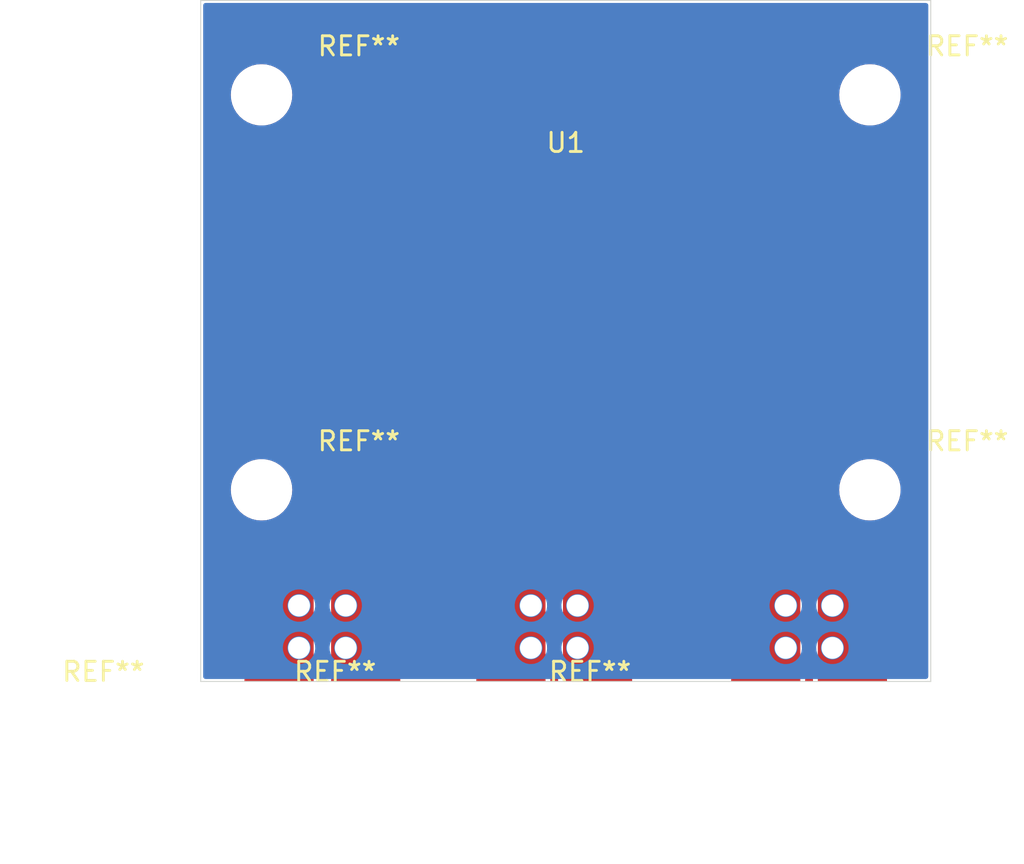
<source format=kicad_pcb>
(kicad_pcb (version 20211014) (generator pcbnew)
  (layers (0 "F.Cu" signal) (31 "B.Cu" signal) (34 "B.Paste" user) (35 "F.Paste" user) (36 "B.SilkS" user "B.Silkscreen") (37 "F.SilkS" user "F.Silkscreen") (38 "B.Mask" user) (39 "F.Mask" user) (44 "Edge.Cuts" user))
  (net 0 "")
  (net 1 "/Dev2")
  (net 2 "/Dev3")
  (net 3 "/Dev4")
  (net 4 "/Dev1")
  (net 5 "/GND")
  (footprint "MountingHole:MountingHole_2.7mm" (layer "F.Cu") (at 111.125 91.2876)
    (fp_text reference "REF**" (at 5.08 -2.54) (layer "F.SilkS"))
    (fp_text value "MountingHole_2.7mm")
    (pad "" np_thru_hole circle locked (at 0 0) (size 2.7 2.7) (drill 2.7) (layers *.Cu *.Mask))
  )
  (footprint "MountingHole:MountingHole_2.7mm" (layer "F.Cu") (at 142.875 91.2876)
    (fp_text reference "REF**" (at 5.08 -2.54) (layer "F.SilkS"))
    (fp_text value "MountingHole_2.7mm")
    (pad "" np_thru_hole circle locked (at 0 0) (size 2.7 2.7) (drill 2.7) (layers *.Cu *.Mask))
  )
  (footprint "UTMIR_Devices:UTCPW_SampleStrip" (layer "F.Cu") (at 127 101.6)
    (fp_text reference "U1" (at 0 -7.8105) (layer "F.SilkS"))
    (fp_text value "UTCPW_SampleStrip")
    (pad "1" connect rect locked (at -1.8 0) (size 0.3302 0.1016) (layers "F.Cu" "F.Mask") (net 4 "/Dev1"))
    (pad "2" connect rect locked (at -0.6 0) (size 0.3302 0.1016) (layers "F.Cu" "F.Mask") (net 1 "/Dev2"))
    (pad "3" connect rect locked (at 0.6 0) (size 0.3302 0.1016) (layers "F.Cu" "F.Mask") (net 2 "/Dev3"))
    (pad "4" connect rect locked (at 1.8 0) (size 0.3302 0.1016) (layers "F.Cu" "F.Mask") (net 3 "/Dev4"))
  )
  (footprint "UTMIR_Devices:901-10510-2" (layer "F.Cu") (at 139.7 121.92)
    (fp_text reference "REF**" (at -11.43 -0.508) (layer "F.SilkS"))
    (fp_text value "901-10510-2")
    (pad "" thru_hole circle locked (at -1.2192 -3.9624) (size 1.2192 1.2192) (drill 1.143) (layers *.Cu *.Mask))
    (pad "" thru_hole circle locked (at 1.2192 -1.7526) (size 1.2192 1.2192) (drill 1.143) (layers *.Cu *.Mask))
    (pad "" thru_hole circle locked (at -1.2192 -1.7526) (size 1.2192 1.2192) (drill 1.143) (layers *.Cu *.Mask))
    (pad "" thru_hole circle locked (at 1.2192 -3.9624) (size 1.2192 1.2192) (drill 1.143) (layers *.Cu *.Mask))
    (pad "1" smd rect locked (at 0 -2.7686) (size 0.4064 5.5372) (layers "F.Cu" "F.Mask") (net 2 "/Dev3"))
    (pad "2" smd rect locked (at 2.2606 -2.7686) (size 3.60934 5.5372) (layers "F.Cu" "F.Mask") (net 5 "/GND"))
    (pad "2" smd rect locked (at -2.2606 -2.7686) (size 3.60934 5.5372) (layers "F.Cu" "F.Mask") (net 5 "/GND"))
  )
  (footprint "UTMIR_Devices:901-10510-2" (layer "F.Cu") (at 114.3 121.92)
    (fp_text reference "REF**" (at -11.43 -0.508) (layer "F.SilkS"))
    (fp_text value "901-10510-2")
    (pad "" thru_hole circle locked (at 1.2192 -1.7526) (size 1.2192 1.2192) (drill 1.143) (layers *.Cu *.Mask))
    (pad "" thru_hole circle locked (at 1.2192 -3.9624) (size 1.2192 1.2192) (drill 1.143) (layers *.Cu *.Mask))
    (pad "" thru_hole circle locked (at -1.2192 -3.9624) (size 1.2192 1.2192) (drill 1.143) (layers *.Cu *.Mask))
    (pad "" thru_hole circle locked (at -1.2192 -1.7526) (size 1.2192 1.2192) (drill 1.143) (layers *.Cu *.Mask))
    (pad "1" smd rect locked (at 0 -2.7686) (size 0.4064 5.5372) (layers "F.Cu" "F.Mask") (net 4 "/Dev1"))
    (pad "2" smd rect locked (at -2.2606 -2.7686) (size 3.60934 5.5372) (layers "F.Cu" "F.Mask") (net 5 "/GND"))
    (pad "2" smd rect locked (at 2.2606 -2.7686) (size 3.60934 5.5372) (layers "F.Cu" "F.Mask") (net 5 "/GND"))
  )
  (footprint "MountingHole:MountingHole_2.7mm" (layer "F.Cu") (at 111.125 111.9124)
    (fp_text reference "REF**" (at 5.08 -2.54) (layer "F.SilkS"))
    (fp_text value "MountingHole_2.7mm")
    (pad "" np_thru_hole circle locked (at 0 0) (size 2.7 2.7) (drill 2.7) (layers *.Cu *.Mask))
  )
  (footprint "MountingHole:MountingHole_2.7mm" (layer "F.Cu") (at 142.875 111.9124)
    (fp_text reference "REF**" (at 5.08 -2.54) (layer "F.SilkS"))
    (fp_text value "MountingHole_2.7mm")
    (pad "" np_thru_hole circle locked (at 0 0) (size 2.7 2.7) (drill 2.7) (layers *.Cu *.Mask))
  )
  (footprint "UTMIR_Devices:901-10510-2" (layer "F.Cu") (at 126.4 121.92)
    (fp_text reference "REF**" (at -11.43 -0.508) (layer "F.SilkS"))
    (fp_text value "901-10510-2")
    (pad "" thru_hole circle locked (at -1.2192 -1.7526) (size 1.2192 1.2192) (drill 1.143) (layers *.Cu *.Mask))
    (pad "" thru_hole circle locked (at 1.2192 -3.9624) (size 1.2192 1.2192) (drill 1.143) (layers *.Cu *.Mask))
    (pad "" thru_hole circle locked (at 1.2192 -1.7526) (size 1.2192 1.2192) (drill 1.143) (layers *.Cu *.Mask))
    (pad "" thru_hole circle locked (at -1.2192 -3.9624) (size 1.2192 1.2192) (drill 1.143) (layers *.Cu *.Mask))
    (pad "1" smd rect locked (at 0 -2.7686) (size 0.4064 5.5372) (layers "F.Cu" "F.Mask") (net 1 "/Dev2"))
    (pad "2" smd rect locked (at -2.2606 -2.7686) (size 3.60934 5.5372) (layers "F.Cu" "F.Mask") (net 5 "/GND"))
    (pad "2" smd rect locked (at 2.2606 -2.7686) (size 3.60934 5.5372) (layers "F.Cu" "F.Mask") (net 5 "/GND"))
  )
  (gr_line (start 107.95 86.36) (end 107.95 121.92) (layer "Edge.Cuts") (width 0.05))
  (gr_line (start 146.05 86.36) (end 146.05 121.92) (layer "Edge.Cuts") (width 0.05))
  (gr_line (start 107.95 86.36) (end 146.05 86.36) (layer "Edge.Cuts") (width 0.05))
  (gr_line (start 107.95 121.92) (end 146.05 121.92) (layer "Edge.Cuts") (width 0.05))
  (segment (start 126.4 101.6) (end 126.4 119.1514) (width 0.3302) (layer "F.Cu") (net 1))
  (segment (start 139.7 114.3) (end 136.652 111.252) (width 0.3302) (layer "F.Cu") (net 2))
  (segment (start 132.08 111.252) (end 127.6 106.772) (width 0.3302) (layer "F.Cu") (net 2))
  (segment (start 127.6 106.772) (end 127.6 101.6) (width 0.3302) (layer "F.Cu") (net 2))
  (segment (start 136.652 111.252) (end 132.08 111.252) (width 0.3302) (layer "F.Cu") (net 2))
  (segment (start 139.7 119.1514) (end 139.7 114.3) (width 0.3302) (layer "F.Cu") (net 2))
  (segment (start 125.2 101.6) (end 125.2 106.68) (width 0.3302) (layer "F.Cu") (net 4))
  (segment (start 120.628 111.252) (end 125.2 106.68) (width 0.3302) (layer "F.Cu") (net 4))
  (segment (start 125.2 101.602814) (end 125.2 101.6) (width 0.25) (layer "F.Cu") (net 4))
  (segment (start 125.2 101.602814) (end 125.2 101.622) (width 0.25) (layer "F.Cu") (net 4))
  (segment (start 114.3 119.1514) (end 114.3 114.3) (width 0.3302) (layer "F.Cu") (net 4))
  (segment (start 117.348 111.252) (end 120.628 111.252) (width 0.3302) (layer "F.Cu") (net 4))
  (segment (start 114.3 114.3) (end 117.348 111.252) (width 0.3302) (layer "F.Cu") (net 4))
  (zone (net 5) (net_name "/GND") (layer "F.Cu") (connect_pads yes (clearance 0.254)) (min_thickness 0.254) (fill yes (thermal_gap 0.508) (thermal_bridge_width 0.508))
    (polygon (pts (xy 146.05 121.92) (xy 107.95 121.92) (xy 107.95 86.36) (xy 146.05 86.36)))
  )
  (zone (net 0) (net_name "") (layer "B.Cu") (connect_pads yes (clearance 0.127)) (min_thickness 0.254) (fill yes (thermal_gap 0.508) (thermal_bridge_width 0.508))
    (polygon (pts (xy 146.05 121.92) (xy 107.95 121.92) (xy 107.95 86.36) (xy 146.05 86.36)))
  )
)
</source>
